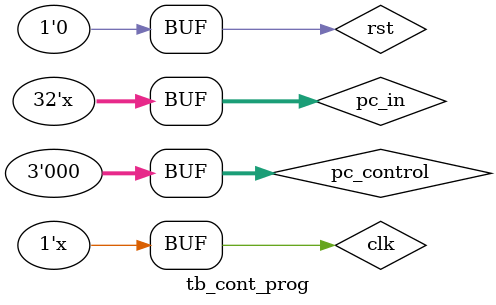
<source format=v>
module tb_cont_prog;
  
  //--------------------------
	// Input Ports
	//--------------------------
	// < Enter Input Ports  >
	reg						clk;
	reg						rst;
	reg				[2:0]		pc_control;
	reg				[25:0]	jump_address;
	reg				[15:0]	branch_offset;
	reg				[31:0] 	reg_address;
	reg				[31:0] 	pc_in = 0;

	contador_programa pc(
	.clk(clk),
	.rst(rst),
	.pc(open),
	.pc_control(pc_control),
	.jump_address(jump_address),
	.branch_offset(branch_offset),
	.reg_address(reg_address),
	.pc_in(pc_in)
	);
	
	//Initial input values
	initial begin
		clk = 0;
		rst = 0;
		pc_control = 3'b000;
		pc_in =32'b0;
	end

	//Every 100ps, change the clk and modify data_in
	always 
	begin
		#100 clk = !clk;
		pc_in = pc_in +1;
	end
endmodule

</source>
